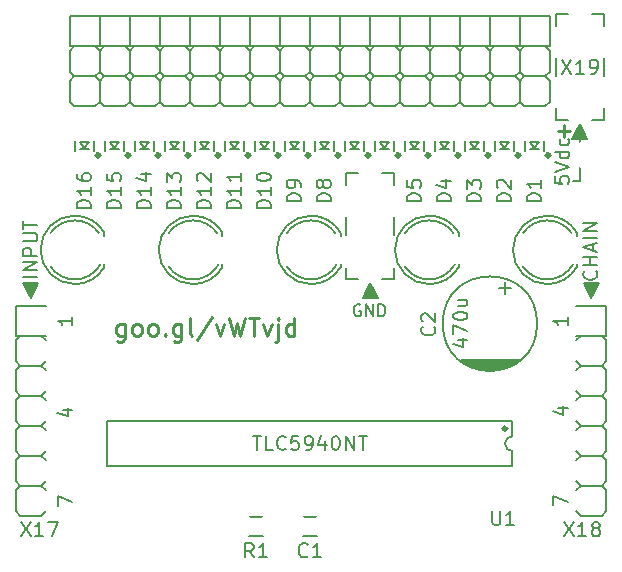
<source format=gbr>
G04 #@! TF.FileFunction,Legend,Top*
%FSLAX46Y46*%
G04 Gerber Fmt 4.6, Leading zero omitted, Abs format (unit mm)*
G04 Created by KiCad (PCBNEW (2015-01-16 BZR 5376)-product) date 29.3.2015 17:27:47*
%MOMM*%
G01*
G04 APERTURE LIST*
%ADD10C,0.100000*%
%ADD11C,0.220000*%
%ADD12C,0.200000*%
%ADD13C,0.250000*%
%ADD14C,0.150000*%
%ADD15C,0.320000*%
%ADD16C,0.400000*%
%ADD17R,1.800000X1.800000*%
%ADD18O,1.800000X1.800000*%
%ADD19O,2.400000X1.800000*%
%ADD20R,2.400000X1.800000*%
%ADD21C,3.400000*%
%ADD22O,1.450000X2.700000*%
%ADD23R,1.500000X1.500000*%
%ADD24O,1.200000X2.400000*%
%ADD25R,1.200000X2.400000*%
%ADD26O,2.700000X1.900000*%
%ADD27C,2.200000*%
G04 APERTURE END LIST*
D10*
D11*
X246300000Y-95000000D02*
X247500000Y-94400000D01*
X244900000Y-95100000D02*
X246300000Y-95000000D01*
X243600000Y-94800000D02*
X244900000Y-95100000D01*
X242700000Y-94300000D02*
X243600000Y-94800000D01*
X242700000Y-94300000D02*
X247600000Y-94300000D01*
X243000000Y-94500000D02*
X247200000Y-94500000D01*
X243300000Y-94700000D02*
X247000000Y-94700000D01*
X243800000Y-94900000D02*
X246500000Y-94900000D01*
X244500000Y-95100000D02*
X245800000Y-95100000D01*
D12*
X252800000Y-75100000D02*
X252700000Y-75100000D01*
X252800000Y-79200000D02*
X252800000Y-75100000D01*
X252200000Y-79200000D02*
X252800000Y-79200000D01*
D13*
X251460000Y-74422000D02*
X251460000Y-75438000D01*
X250952000Y-74930000D02*
X251968000Y-74930000D01*
X214242857Y-91278571D02*
X214242857Y-92492857D01*
X214171428Y-92635714D01*
X214100000Y-92707143D01*
X213957143Y-92778571D01*
X213742857Y-92778571D01*
X213600000Y-92707143D01*
X214242857Y-92207143D02*
X214100000Y-92278571D01*
X213814286Y-92278571D01*
X213671428Y-92207143D01*
X213600000Y-92135714D01*
X213528571Y-91992857D01*
X213528571Y-91564286D01*
X213600000Y-91421429D01*
X213671428Y-91350000D01*
X213814286Y-91278571D01*
X214100000Y-91278571D01*
X214242857Y-91350000D01*
X215171429Y-92278571D02*
X215028571Y-92207143D01*
X214957143Y-92135714D01*
X214885714Y-91992857D01*
X214885714Y-91564286D01*
X214957143Y-91421429D01*
X215028571Y-91350000D01*
X215171429Y-91278571D01*
X215385714Y-91278571D01*
X215528571Y-91350000D01*
X215600000Y-91421429D01*
X215671429Y-91564286D01*
X215671429Y-91992857D01*
X215600000Y-92135714D01*
X215528571Y-92207143D01*
X215385714Y-92278571D01*
X215171429Y-92278571D01*
X216528572Y-92278571D02*
X216385714Y-92207143D01*
X216314286Y-92135714D01*
X216242857Y-91992857D01*
X216242857Y-91564286D01*
X216314286Y-91421429D01*
X216385714Y-91350000D01*
X216528572Y-91278571D01*
X216742857Y-91278571D01*
X216885714Y-91350000D01*
X216957143Y-91421429D01*
X217028572Y-91564286D01*
X217028572Y-91992857D01*
X216957143Y-92135714D01*
X216885714Y-92207143D01*
X216742857Y-92278571D01*
X216528572Y-92278571D01*
X217671429Y-92135714D02*
X217742857Y-92207143D01*
X217671429Y-92278571D01*
X217600000Y-92207143D01*
X217671429Y-92135714D01*
X217671429Y-92278571D01*
X219028572Y-91278571D02*
X219028572Y-92492857D01*
X218957143Y-92635714D01*
X218885715Y-92707143D01*
X218742858Y-92778571D01*
X218528572Y-92778571D01*
X218385715Y-92707143D01*
X219028572Y-92207143D02*
X218885715Y-92278571D01*
X218600001Y-92278571D01*
X218457143Y-92207143D01*
X218385715Y-92135714D01*
X218314286Y-91992857D01*
X218314286Y-91564286D01*
X218385715Y-91421429D01*
X218457143Y-91350000D01*
X218600001Y-91278571D01*
X218885715Y-91278571D01*
X219028572Y-91350000D01*
X219957144Y-92278571D02*
X219814286Y-92207143D01*
X219742858Y-92064286D01*
X219742858Y-90778571D01*
X221600000Y-90707143D02*
X220314286Y-92635714D01*
X221957144Y-91278571D02*
X222314287Y-92278571D01*
X222671429Y-91278571D01*
X223100001Y-90778571D02*
X223457144Y-92278571D01*
X223742858Y-91207143D01*
X224028572Y-92278571D01*
X224385715Y-90778571D01*
X224742858Y-90778571D02*
X225600001Y-90778571D01*
X225171430Y-92278571D02*
X225171430Y-90778571D01*
X225957144Y-91278571D02*
X226314287Y-92278571D01*
X226671429Y-91278571D01*
X227242858Y-91278571D02*
X227242858Y-92564286D01*
X227171429Y-92707143D01*
X227028572Y-92778571D01*
X226957144Y-92778571D01*
X227242858Y-90778571D02*
X227171429Y-90850000D01*
X227242858Y-90921429D01*
X227314286Y-90850000D01*
X227242858Y-90778571D01*
X227242858Y-90921429D01*
X228600001Y-92278571D02*
X228600001Y-90778571D01*
X228600001Y-92207143D02*
X228457144Y-92278571D01*
X228171430Y-92278571D01*
X228028572Y-92207143D01*
X227957144Y-92135714D01*
X227885715Y-91992857D01*
X227885715Y-91564286D01*
X227957144Y-91421429D01*
X228028572Y-91350000D01*
X228171430Y-91278571D01*
X228457144Y-91278571D01*
X228600001Y-91350000D01*
D12*
X234188096Y-89670000D02*
X234092858Y-89622381D01*
X233950001Y-89622381D01*
X233807143Y-89670000D01*
X233711905Y-89765238D01*
X233664286Y-89860476D01*
X233616667Y-90050952D01*
X233616667Y-90193810D01*
X233664286Y-90384286D01*
X233711905Y-90479524D01*
X233807143Y-90574762D01*
X233950001Y-90622381D01*
X234045239Y-90622381D01*
X234188096Y-90574762D01*
X234235715Y-90527143D01*
X234235715Y-90193810D01*
X234045239Y-90193810D01*
X234664286Y-90622381D02*
X234664286Y-89622381D01*
X235235715Y-90622381D01*
X235235715Y-89622381D01*
X235711905Y-90622381D02*
X235711905Y-89622381D01*
X235950000Y-89622381D01*
X236092858Y-89670000D01*
X236188096Y-89765238D01*
X236235715Y-89860476D01*
X236283334Y-90050952D01*
X236283334Y-90193810D01*
X236235715Y-90384286D01*
X236188096Y-90479524D01*
X236092858Y-90574762D01*
X235950000Y-90622381D01*
X235711905Y-90622381D01*
D14*
X249849000Y-70290000D02*
X250230000Y-70671000D01*
X250230000Y-70671000D02*
X250230000Y-72449000D01*
X250230000Y-72449000D02*
X249849000Y-72830000D01*
X249849000Y-72830000D02*
X248071000Y-72830000D01*
X248071000Y-72830000D02*
X247690000Y-72449000D01*
X247690000Y-72449000D02*
X247690000Y-70671000D01*
X247690000Y-70671000D02*
X248071000Y-70290000D01*
X249849000Y-70290000D02*
X248071000Y-70290000D01*
X249849000Y-67750000D02*
X250230000Y-68131000D01*
X250230000Y-68131000D02*
X250230000Y-69909000D01*
X250230000Y-69909000D02*
X249849000Y-70290000D01*
X248071000Y-67750000D02*
X247690000Y-68131000D01*
X247690000Y-68131000D02*
X247690000Y-69909000D01*
X247690000Y-69909000D02*
X248071000Y-70290000D01*
X247690000Y-65210000D02*
X247690000Y-67750000D01*
X250230000Y-65210000D02*
X250230000Y-67750000D01*
X250230000Y-67750000D02*
X247690000Y-67750000D01*
X247690000Y-65210000D02*
X250230000Y-65210000D01*
X247309000Y-70290000D02*
X247690000Y-70671000D01*
X247690000Y-70671000D02*
X247690000Y-72449000D01*
X247690000Y-72449000D02*
X247309000Y-72830000D01*
X247309000Y-72830000D02*
X245531000Y-72830000D01*
X245531000Y-72830000D02*
X245150000Y-72449000D01*
X245150000Y-72449000D02*
X245150000Y-70671000D01*
X245150000Y-70671000D02*
X245531000Y-70290000D01*
X247309000Y-70290000D02*
X245531000Y-70290000D01*
X247309000Y-67750000D02*
X247690000Y-68131000D01*
X247690000Y-68131000D02*
X247690000Y-69909000D01*
X247690000Y-69909000D02*
X247309000Y-70290000D01*
X245531000Y-67750000D02*
X245150000Y-68131000D01*
X245150000Y-68131000D02*
X245150000Y-69909000D01*
X245150000Y-69909000D02*
X245531000Y-70290000D01*
X245150000Y-65210000D02*
X245150000Y-67750000D01*
X247690000Y-65210000D02*
X247690000Y-67750000D01*
X247690000Y-67750000D02*
X245150000Y-67750000D01*
X245150000Y-65210000D02*
X247690000Y-65210000D01*
X244769000Y-70290000D02*
X245150000Y-70671000D01*
X245150000Y-70671000D02*
X245150000Y-72449000D01*
X245150000Y-72449000D02*
X244769000Y-72830000D01*
X244769000Y-72830000D02*
X242991000Y-72830000D01*
X242991000Y-72830000D02*
X242610000Y-72449000D01*
X242610000Y-72449000D02*
X242610000Y-70671000D01*
X242610000Y-70671000D02*
X242991000Y-70290000D01*
X244769000Y-70290000D02*
X242991000Y-70290000D01*
X244769000Y-67750000D02*
X245150000Y-68131000D01*
X245150000Y-68131000D02*
X245150000Y-69909000D01*
X245150000Y-69909000D02*
X244769000Y-70290000D01*
X242991000Y-67750000D02*
X242610000Y-68131000D01*
X242610000Y-68131000D02*
X242610000Y-69909000D01*
X242610000Y-69909000D02*
X242991000Y-70290000D01*
X242610000Y-65210000D02*
X242610000Y-67750000D01*
X245150000Y-65210000D02*
X245150000Y-67750000D01*
X245150000Y-67750000D02*
X242610000Y-67750000D01*
X242610000Y-65210000D02*
X245150000Y-65210000D01*
X242229000Y-70290000D02*
X242610000Y-70671000D01*
X242610000Y-70671000D02*
X242610000Y-72449000D01*
X242610000Y-72449000D02*
X242229000Y-72830000D01*
X242229000Y-72830000D02*
X240451000Y-72830000D01*
X240451000Y-72830000D02*
X240070000Y-72449000D01*
X240070000Y-72449000D02*
X240070000Y-70671000D01*
X240070000Y-70671000D02*
X240451000Y-70290000D01*
X242229000Y-70290000D02*
X240451000Y-70290000D01*
X242229000Y-67750000D02*
X242610000Y-68131000D01*
X242610000Y-68131000D02*
X242610000Y-69909000D01*
X242610000Y-69909000D02*
X242229000Y-70290000D01*
X240451000Y-67750000D02*
X240070000Y-68131000D01*
X240070000Y-68131000D02*
X240070000Y-69909000D01*
X240070000Y-69909000D02*
X240451000Y-70290000D01*
X240070000Y-65210000D02*
X240070000Y-67750000D01*
X242610000Y-65210000D02*
X242610000Y-67750000D01*
X242610000Y-67750000D02*
X240070000Y-67750000D01*
X240070000Y-65210000D02*
X242610000Y-65210000D01*
X239689000Y-70290000D02*
X240070000Y-70671000D01*
X240070000Y-70671000D02*
X240070000Y-72449000D01*
X240070000Y-72449000D02*
X239689000Y-72830000D01*
X239689000Y-72830000D02*
X237911000Y-72830000D01*
X237911000Y-72830000D02*
X237530000Y-72449000D01*
X237530000Y-72449000D02*
X237530000Y-70671000D01*
X237530000Y-70671000D02*
X237911000Y-70290000D01*
X239689000Y-70290000D02*
X237911000Y-70290000D01*
X239689000Y-67750000D02*
X240070000Y-68131000D01*
X240070000Y-68131000D02*
X240070000Y-69909000D01*
X240070000Y-69909000D02*
X239689000Y-70290000D01*
X237911000Y-67750000D02*
X237530000Y-68131000D01*
X237530000Y-68131000D02*
X237530000Y-69909000D01*
X237530000Y-69909000D02*
X237911000Y-70290000D01*
X237530000Y-65210000D02*
X237530000Y-67750000D01*
X240070000Y-65210000D02*
X240070000Y-67750000D01*
X240070000Y-67750000D02*
X237530000Y-67750000D01*
X237530000Y-65210000D02*
X240070000Y-65210000D01*
X237149000Y-70290000D02*
X237530000Y-70671000D01*
X237530000Y-70671000D02*
X237530000Y-72449000D01*
X237530000Y-72449000D02*
X237149000Y-72830000D01*
X237149000Y-72830000D02*
X235371000Y-72830000D01*
X235371000Y-72830000D02*
X234990000Y-72449000D01*
X234990000Y-72449000D02*
X234990000Y-70671000D01*
X234990000Y-70671000D02*
X235371000Y-70290000D01*
X237149000Y-70290000D02*
X235371000Y-70290000D01*
X237149000Y-67750000D02*
X237530000Y-68131000D01*
X237530000Y-68131000D02*
X237530000Y-69909000D01*
X237530000Y-69909000D02*
X237149000Y-70290000D01*
X235371000Y-67750000D02*
X234990000Y-68131000D01*
X234990000Y-68131000D02*
X234990000Y-69909000D01*
X234990000Y-69909000D02*
X235371000Y-70290000D01*
X234990000Y-65210000D02*
X234990000Y-67750000D01*
X237530000Y-65210000D02*
X237530000Y-67750000D01*
X237530000Y-67750000D02*
X234990000Y-67750000D01*
X234990000Y-65210000D02*
X237530000Y-65210000D01*
X234609000Y-70290000D02*
X234990000Y-70671000D01*
X234990000Y-70671000D02*
X234990000Y-72449000D01*
X234990000Y-72449000D02*
X234609000Y-72830000D01*
X234609000Y-72830000D02*
X232831000Y-72830000D01*
X232831000Y-72830000D02*
X232450000Y-72449000D01*
X232450000Y-72449000D02*
X232450000Y-70671000D01*
X232450000Y-70671000D02*
X232831000Y-70290000D01*
X234609000Y-70290000D02*
X232831000Y-70290000D01*
X234609000Y-67750000D02*
X234990000Y-68131000D01*
X234990000Y-68131000D02*
X234990000Y-69909000D01*
X234990000Y-69909000D02*
X234609000Y-70290000D01*
X232831000Y-67750000D02*
X232450000Y-68131000D01*
X232450000Y-68131000D02*
X232450000Y-69909000D01*
X232450000Y-69909000D02*
X232831000Y-70290000D01*
X232450000Y-65210000D02*
X232450000Y-67750000D01*
X234990000Y-65210000D02*
X234990000Y-67750000D01*
X234990000Y-67750000D02*
X232450000Y-67750000D01*
X232450000Y-65210000D02*
X234990000Y-65210000D01*
X232069000Y-70290000D02*
X232450000Y-70671000D01*
X232450000Y-70671000D02*
X232450000Y-72449000D01*
X232450000Y-72449000D02*
X232069000Y-72830000D01*
X232069000Y-72830000D02*
X230291000Y-72830000D01*
X230291000Y-72830000D02*
X229910000Y-72449000D01*
X229910000Y-72449000D02*
X229910000Y-70671000D01*
X229910000Y-70671000D02*
X230291000Y-70290000D01*
X232069000Y-70290000D02*
X230291000Y-70290000D01*
X232069000Y-67750000D02*
X232450000Y-68131000D01*
X232450000Y-68131000D02*
X232450000Y-69909000D01*
X232450000Y-69909000D02*
X232069000Y-70290000D01*
X230291000Y-67750000D02*
X229910000Y-68131000D01*
X229910000Y-68131000D02*
X229910000Y-69909000D01*
X229910000Y-69909000D02*
X230291000Y-70290000D01*
X229910000Y-65210000D02*
X229910000Y-67750000D01*
X232450000Y-65210000D02*
X232450000Y-67750000D01*
X232450000Y-67750000D02*
X229910000Y-67750000D01*
X229910000Y-65210000D02*
X232450000Y-65210000D01*
X229529000Y-70290000D02*
X229910000Y-70671000D01*
X229910000Y-70671000D02*
X229910000Y-72449000D01*
X229910000Y-72449000D02*
X229529000Y-72830000D01*
X229529000Y-72830000D02*
X227751000Y-72830000D01*
X227751000Y-72830000D02*
X227370000Y-72449000D01*
X227370000Y-72449000D02*
X227370000Y-70671000D01*
X227370000Y-70671000D02*
X227751000Y-70290000D01*
X229529000Y-70290000D02*
X227751000Y-70290000D01*
X229529000Y-67750000D02*
X229910000Y-68131000D01*
X229910000Y-68131000D02*
X229910000Y-69909000D01*
X229910000Y-69909000D02*
X229529000Y-70290000D01*
X227751000Y-67750000D02*
X227370000Y-68131000D01*
X227370000Y-68131000D02*
X227370000Y-69909000D01*
X227370000Y-69909000D02*
X227751000Y-70290000D01*
X227370000Y-65210000D02*
X227370000Y-67750000D01*
X229910000Y-65210000D02*
X229910000Y-67750000D01*
X229910000Y-67750000D02*
X227370000Y-67750000D01*
X227370000Y-65210000D02*
X229910000Y-65210000D01*
X226989000Y-70290000D02*
X227370000Y-70671000D01*
X227370000Y-70671000D02*
X227370000Y-72449000D01*
X227370000Y-72449000D02*
X226989000Y-72830000D01*
X226989000Y-72830000D02*
X225211000Y-72830000D01*
X225211000Y-72830000D02*
X224830000Y-72449000D01*
X224830000Y-72449000D02*
X224830000Y-70671000D01*
X224830000Y-70671000D02*
X225211000Y-70290000D01*
X226989000Y-70290000D02*
X225211000Y-70290000D01*
X226989000Y-67750000D02*
X227370000Y-68131000D01*
X227370000Y-68131000D02*
X227370000Y-69909000D01*
X227370000Y-69909000D02*
X226989000Y-70290000D01*
X225211000Y-67750000D02*
X224830000Y-68131000D01*
X224830000Y-68131000D02*
X224830000Y-69909000D01*
X224830000Y-69909000D02*
X225211000Y-70290000D01*
X224830000Y-65210000D02*
X224830000Y-67750000D01*
X227370000Y-65210000D02*
X227370000Y-67750000D01*
X227370000Y-67750000D02*
X224830000Y-67750000D01*
X224830000Y-65210000D02*
X227370000Y-65210000D01*
X224449000Y-70290000D02*
X224830000Y-70671000D01*
X224830000Y-70671000D02*
X224830000Y-72449000D01*
X224830000Y-72449000D02*
X224449000Y-72830000D01*
X224449000Y-72830000D02*
X222671000Y-72830000D01*
X222671000Y-72830000D02*
X222290000Y-72449000D01*
X222290000Y-72449000D02*
X222290000Y-70671000D01*
X222290000Y-70671000D02*
X222671000Y-70290000D01*
X224449000Y-70290000D02*
X222671000Y-70290000D01*
X224449000Y-67750000D02*
X224830000Y-68131000D01*
X224830000Y-68131000D02*
X224830000Y-69909000D01*
X224830000Y-69909000D02*
X224449000Y-70290000D01*
X222671000Y-67750000D02*
X222290000Y-68131000D01*
X222290000Y-68131000D02*
X222290000Y-69909000D01*
X222290000Y-69909000D02*
X222671000Y-70290000D01*
X222290000Y-65210000D02*
X222290000Y-67750000D01*
X224830000Y-65210000D02*
X224830000Y-67750000D01*
X224830000Y-67750000D02*
X222290000Y-67750000D01*
X222290000Y-65210000D02*
X224830000Y-65210000D01*
X221909000Y-70290000D02*
X222290000Y-70671000D01*
X222290000Y-70671000D02*
X222290000Y-72449000D01*
X222290000Y-72449000D02*
X221909000Y-72830000D01*
X221909000Y-72830000D02*
X220131000Y-72830000D01*
X220131000Y-72830000D02*
X219750000Y-72449000D01*
X219750000Y-72449000D02*
X219750000Y-70671000D01*
X219750000Y-70671000D02*
X220131000Y-70290000D01*
X221909000Y-70290000D02*
X220131000Y-70290000D01*
X221909000Y-67750000D02*
X222290000Y-68131000D01*
X222290000Y-68131000D02*
X222290000Y-69909000D01*
X222290000Y-69909000D02*
X221909000Y-70290000D01*
X220131000Y-67750000D02*
X219750000Y-68131000D01*
X219750000Y-68131000D02*
X219750000Y-69909000D01*
X219750000Y-69909000D02*
X220131000Y-70290000D01*
X219750000Y-65210000D02*
X219750000Y-67750000D01*
X222290000Y-65210000D02*
X222290000Y-67750000D01*
X222290000Y-67750000D02*
X219750000Y-67750000D01*
X219750000Y-65210000D02*
X222290000Y-65210000D01*
X219369000Y-70290000D02*
X219750000Y-70671000D01*
X219750000Y-70671000D02*
X219750000Y-72449000D01*
X219750000Y-72449000D02*
X219369000Y-72830000D01*
X219369000Y-72830000D02*
X217591000Y-72830000D01*
X217591000Y-72830000D02*
X217210000Y-72449000D01*
X217210000Y-72449000D02*
X217210000Y-70671000D01*
X217210000Y-70671000D02*
X217591000Y-70290000D01*
X219369000Y-70290000D02*
X217591000Y-70290000D01*
X219369000Y-67750000D02*
X219750000Y-68131000D01*
X219750000Y-68131000D02*
X219750000Y-69909000D01*
X219750000Y-69909000D02*
X219369000Y-70290000D01*
X217591000Y-67750000D02*
X217210000Y-68131000D01*
X217210000Y-68131000D02*
X217210000Y-69909000D01*
X217210000Y-69909000D02*
X217591000Y-70290000D01*
X217210000Y-65210000D02*
X217210000Y-67750000D01*
X219750000Y-65210000D02*
X219750000Y-67750000D01*
X219750000Y-67750000D02*
X217210000Y-67750000D01*
X217210000Y-65210000D02*
X219750000Y-65210000D01*
X216829000Y-70290000D02*
X217210000Y-70671000D01*
X217210000Y-70671000D02*
X217210000Y-72449000D01*
X217210000Y-72449000D02*
X216829000Y-72830000D01*
X216829000Y-72830000D02*
X215051000Y-72830000D01*
X215051000Y-72830000D02*
X214670000Y-72449000D01*
X214670000Y-72449000D02*
X214670000Y-70671000D01*
X214670000Y-70671000D02*
X215051000Y-70290000D01*
X216829000Y-70290000D02*
X215051000Y-70290000D01*
X216829000Y-67750000D02*
X217210000Y-68131000D01*
X217210000Y-68131000D02*
X217210000Y-69909000D01*
X217210000Y-69909000D02*
X216829000Y-70290000D01*
X215051000Y-67750000D02*
X214670000Y-68131000D01*
X214670000Y-68131000D02*
X214670000Y-69909000D01*
X214670000Y-69909000D02*
X215051000Y-70290000D01*
X214670000Y-65210000D02*
X214670000Y-67750000D01*
X217210000Y-65210000D02*
X217210000Y-67750000D01*
X217210000Y-67750000D02*
X214670000Y-67750000D01*
X214670000Y-65210000D02*
X217210000Y-65210000D01*
X214289000Y-70290000D02*
X214670000Y-70671000D01*
X214670000Y-70671000D02*
X214670000Y-72449000D01*
X214670000Y-72449000D02*
X214289000Y-72830000D01*
X214289000Y-72830000D02*
X212511000Y-72830000D01*
X212511000Y-72830000D02*
X212130000Y-72449000D01*
X212130000Y-72449000D02*
X212130000Y-70671000D01*
X212130000Y-70671000D02*
X212511000Y-70290000D01*
X214289000Y-70290000D02*
X212511000Y-70290000D01*
X214289000Y-67750000D02*
X214670000Y-68131000D01*
X214670000Y-68131000D02*
X214670000Y-69909000D01*
X214670000Y-69909000D02*
X214289000Y-70290000D01*
X212511000Y-67750000D02*
X212130000Y-68131000D01*
X212130000Y-68131000D02*
X212130000Y-69909000D01*
X212130000Y-69909000D02*
X212511000Y-70290000D01*
X212130000Y-65210000D02*
X212130000Y-67750000D01*
X214670000Y-65210000D02*
X214670000Y-67750000D01*
X214670000Y-67750000D02*
X212130000Y-67750000D01*
X212130000Y-65210000D02*
X214670000Y-65210000D01*
X211749000Y-70290000D02*
X212130000Y-70671000D01*
X212130000Y-70671000D02*
X212130000Y-72449000D01*
X212130000Y-72449000D02*
X211749000Y-72830000D01*
X211749000Y-72830000D02*
X209971000Y-72830000D01*
X209971000Y-72830000D02*
X209590000Y-72449000D01*
X209590000Y-72449000D02*
X209590000Y-70671000D01*
X209590000Y-70671000D02*
X209971000Y-70290000D01*
X211749000Y-70290000D02*
X209971000Y-70290000D01*
X211749000Y-67750000D02*
X212130000Y-68131000D01*
X212130000Y-68131000D02*
X212130000Y-69909000D01*
X212130000Y-69909000D02*
X211749000Y-70290000D01*
X209971000Y-67750000D02*
X209590000Y-68131000D01*
X209590000Y-68131000D02*
X209590000Y-69909000D01*
X209590000Y-69909000D02*
X209971000Y-70290000D01*
X209590000Y-65210000D02*
X209590000Y-67750000D01*
X212130000Y-65210000D02*
X212130000Y-67750000D01*
X212130000Y-67750000D02*
X209590000Y-67750000D01*
X209590000Y-65210000D02*
X212130000Y-65210000D01*
X254619000Y-104970000D02*
X252841000Y-104970000D01*
X252460000Y-105351000D02*
X252841000Y-104970000D01*
X252841000Y-107510000D02*
X252460000Y-107129000D01*
X254619000Y-107510000D02*
X252841000Y-107510000D01*
X255000000Y-107129000D02*
X254619000Y-107510000D01*
X255000000Y-105351000D02*
X255000000Y-107129000D01*
X254619000Y-104970000D02*
X255000000Y-105351000D01*
X253222000Y-87825000D02*
X253222000Y-88079000D01*
X253349000Y-87825000D02*
X253349000Y-88333000D01*
X253476000Y-87825000D02*
X253476000Y-88587000D01*
X253603000Y-87825000D02*
X253603000Y-88841000D01*
X254238000Y-87825000D02*
X254238000Y-88079000D01*
X254111000Y-87825000D02*
X254111000Y-88333000D01*
X253984000Y-87825000D02*
X253984000Y-88587000D01*
X253857000Y-87825000D02*
X253857000Y-88841000D01*
X253730000Y-89095000D02*
X253095000Y-87825000D01*
X253095000Y-87825000D02*
X254365000Y-87825000D01*
X254365000Y-87825000D02*
X253730000Y-89095000D01*
X253730000Y-89095000D02*
X253730000Y-87825000D01*
X254619000Y-102430000D02*
X255000000Y-102811000D01*
X255000000Y-102811000D02*
X255000000Y-104589000D01*
X255000000Y-104589000D02*
X254619000Y-104970000D01*
X254619000Y-104970000D02*
X252841000Y-104970000D01*
X252841000Y-104970000D02*
X252460000Y-104589000D01*
X252460000Y-102811000D02*
X252841000Y-102430000D01*
X254619000Y-99890000D02*
X255000000Y-100271000D01*
X255000000Y-100271000D02*
X255000000Y-102049000D01*
X255000000Y-102049000D02*
X254619000Y-102430000D01*
X254619000Y-102430000D02*
X252841000Y-102430000D01*
X252841000Y-102430000D02*
X252460000Y-102049000D01*
X252460000Y-100271000D02*
X252841000Y-99890000D01*
X254619000Y-97350000D02*
X255000000Y-97731000D01*
X255000000Y-97731000D02*
X255000000Y-99509000D01*
X255000000Y-99509000D02*
X254619000Y-99890000D01*
X254619000Y-99890000D02*
X252841000Y-99890000D01*
X252841000Y-99890000D02*
X252460000Y-99509000D01*
X252460000Y-97731000D02*
X252841000Y-97350000D01*
X254619000Y-94810000D02*
X255000000Y-95191000D01*
X255000000Y-95191000D02*
X255000000Y-96969000D01*
X255000000Y-96969000D02*
X254619000Y-97350000D01*
X254619000Y-97350000D02*
X252841000Y-97350000D01*
X252841000Y-97350000D02*
X252460000Y-96969000D01*
X252460000Y-95191000D02*
X252841000Y-94810000D01*
X254619000Y-94810000D02*
X252841000Y-94810000D01*
X254619000Y-92270000D02*
X255000000Y-92651000D01*
X255000000Y-92651000D02*
X255000000Y-94429000D01*
X255000000Y-94429000D02*
X254619000Y-94810000D01*
X252841000Y-92270000D02*
X252460000Y-92651000D01*
X252460000Y-94429000D02*
X252841000Y-94810000D01*
X255000000Y-89730000D02*
X255000000Y-92270000D01*
X255000000Y-92270000D02*
X252460000Y-92270000D01*
X252460000Y-89730000D02*
X255000000Y-89730000D01*
X207159000Y-104970000D02*
X205381000Y-104970000D01*
X205000000Y-105351000D02*
X205381000Y-104970000D01*
X205000000Y-107129000D02*
X205000000Y-105351000D01*
X205381000Y-107510000D02*
X205000000Y-107129000D01*
X207159000Y-107510000D02*
X205381000Y-107510000D01*
X207540000Y-107129000D02*
X207159000Y-107510000D01*
X207159000Y-104970000D02*
X207540000Y-105351000D01*
X205762000Y-87825000D02*
X205762000Y-88079000D01*
X205889000Y-87825000D02*
X205889000Y-88333000D01*
X206016000Y-87825000D02*
X206016000Y-88587000D01*
X206143000Y-87825000D02*
X206143000Y-88841000D01*
X206778000Y-87825000D02*
X206778000Y-88079000D01*
X206651000Y-87825000D02*
X206651000Y-88333000D01*
X206524000Y-87825000D02*
X206524000Y-88587000D01*
X206397000Y-87825000D02*
X206397000Y-88841000D01*
X206270000Y-89095000D02*
X205635000Y-87825000D01*
X205635000Y-87825000D02*
X206905000Y-87825000D01*
X206905000Y-87825000D02*
X206270000Y-89095000D01*
X206270000Y-89095000D02*
X206270000Y-87825000D01*
X207159000Y-102430000D02*
X207540000Y-102811000D01*
X207540000Y-104589000D02*
X207159000Y-104970000D01*
X207159000Y-104970000D02*
X205381000Y-104970000D01*
X205381000Y-104970000D02*
X205000000Y-104589000D01*
X205000000Y-104589000D02*
X205000000Y-102811000D01*
X205000000Y-102811000D02*
X205381000Y-102430000D01*
X207159000Y-99890000D02*
X207540000Y-100271000D01*
X207540000Y-102049000D02*
X207159000Y-102430000D01*
X207159000Y-102430000D02*
X205381000Y-102430000D01*
X205381000Y-102430000D02*
X205000000Y-102049000D01*
X205000000Y-102049000D02*
X205000000Y-100271000D01*
X205000000Y-100271000D02*
X205381000Y-99890000D01*
X207159000Y-97350000D02*
X207540000Y-97731000D01*
X207540000Y-99509000D02*
X207159000Y-99890000D01*
X207159000Y-99890000D02*
X205381000Y-99890000D01*
X205381000Y-99890000D02*
X205000000Y-99509000D01*
X205000000Y-99509000D02*
X205000000Y-97731000D01*
X205000000Y-97731000D02*
X205381000Y-97350000D01*
X207159000Y-94810000D02*
X207540000Y-95191000D01*
X207540000Y-96969000D02*
X207159000Y-97350000D01*
X207159000Y-97350000D02*
X205381000Y-97350000D01*
X205381000Y-97350000D02*
X205000000Y-96969000D01*
X205000000Y-96969000D02*
X205000000Y-95191000D01*
X205000000Y-95191000D02*
X205381000Y-94810000D01*
X207159000Y-94810000D02*
X205381000Y-94810000D01*
X207159000Y-92270000D02*
X207540000Y-92651000D01*
X207540000Y-94429000D02*
X207159000Y-94810000D01*
X205381000Y-92270000D02*
X205000000Y-92651000D01*
X205000000Y-92651000D02*
X205000000Y-94429000D01*
X205000000Y-94429000D02*
X205381000Y-94810000D01*
X205000000Y-89730000D02*
X205000000Y-92270000D01*
X207540000Y-92270000D02*
X205000000Y-92270000D01*
X205000000Y-89730000D02*
X207540000Y-89730000D01*
X233000000Y-82250000D02*
X233000000Y-83750000D01*
X237000000Y-82250000D02*
X237000000Y-83750000D01*
X237000000Y-78500000D02*
X237000000Y-79500000D01*
X237000000Y-78500000D02*
X236000000Y-78500000D01*
X233000000Y-78500000D02*
X233000000Y-79500000D01*
X233000000Y-78500000D02*
X234000000Y-78500000D01*
X237000000Y-86500000D02*
X237000000Y-87500000D01*
X237000000Y-87500000D02*
X236000000Y-87500000D01*
X233000000Y-87500000D02*
X233000000Y-86500000D01*
X233000000Y-86500000D02*
X233000000Y-87500000D01*
X233000000Y-87500000D02*
X234000000Y-87500000D01*
X234492000Y-89096000D02*
X234492000Y-88842000D01*
X234619000Y-89096000D02*
X234619000Y-88588000D01*
X234746000Y-89096000D02*
X234746000Y-88334000D01*
X234873000Y-89096000D02*
X234873000Y-88080000D01*
X235508000Y-89096000D02*
X235508000Y-88842000D01*
X235381000Y-89096000D02*
X235381000Y-88588000D01*
X235254000Y-89096000D02*
X235254000Y-88334000D01*
X235127000Y-89096000D02*
X235127000Y-88080000D01*
X235000000Y-87826000D02*
X235635000Y-89096000D01*
X235635000Y-89096000D02*
X234365000Y-89096000D01*
X234365000Y-89096000D02*
X235000000Y-87826000D01*
X235000000Y-87826000D02*
X235000000Y-89096000D01*
X250770000Y-68778000D02*
X250770000Y-70278000D01*
X254770000Y-68778000D02*
X254770000Y-70278000D01*
X254770000Y-65028000D02*
X254770000Y-66028000D01*
X254770000Y-65028000D02*
X253770000Y-65028000D01*
X250770000Y-65028000D02*
X250770000Y-66028000D01*
X250770000Y-65028000D02*
X251770000Y-65028000D01*
X254770000Y-73028000D02*
X254770000Y-74028000D01*
X254770000Y-74028000D02*
X253770000Y-74028000D01*
X250770000Y-74028000D02*
X250770000Y-73028000D01*
X250770000Y-73028000D02*
X250770000Y-74028000D01*
X250770000Y-74028000D02*
X251770000Y-74028000D01*
X252262000Y-75624000D02*
X252262000Y-75370000D01*
X252389000Y-75624000D02*
X252389000Y-75116000D01*
X252516000Y-75624000D02*
X252516000Y-74862000D01*
X252643000Y-75624000D02*
X252643000Y-74608000D01*
X253278000Y-75624000D02*
X253278000Y-75370000D01*
X253151000Y-75624000D02*
X253151000Y-75116000D01*
X253024000Y-75624000D02*
X253024000Y-74862000D01*
X252897000Y-75624000D02*
X252897000Y-74608000D01*
X252770000Y-74354000D02*
X253405000Y-75624000D01*
X253405000Y-75624000D02*
X252135000Y-75624000D01*
X252135000Y-75624000D02*
X252770000Y-74354000D01*
X252770000Y-74354000D02*
X252770000Y-75624000D01*
X212765000Y-99500000D02*
X247055000Y-99500000D01*
X247055000Y-103310000D02*
X212765000Y-103310000D01*
D15*
X246580000Y-100135000D02*
G75*
G03X246580000Y-100135000I-160000J0D01*
G01*
D14*
X246420000Y-101405000D02*
G75*
G03X247055000Y-102040000I635000J0D01*
G01*
X247055000Y-100770000D02*
G75*
G03X246420000Y-101405000I0J-635000D01*
G01*
X247055000Y-103310000D02*
X247055000Y-102040000D01*
X212765000Y-103310000D02*
X212765000Y-99500000D01*
X247055000Y-99500000D02*
X247055000Y-100770000D01*
X225938000Y-107590000D02*
X224738000Y-107590000D01*
X225938000Y-109190000D02*
X224738000Y-109190000D01*
X212500000Y-86200000D02*
X212500000Y-86450000D01*
X207952120Y-86433941D02*
G75*
G03X210000000Y-87500000I2047880J1433941D01*
G01*
X207952120Y-83566059D02*
G75*
G02X210000000Y-82500000I2047880J-1433941D01*
G01*
X212165064Y-86250000D02*
G75*
G02X210000000Y-87500000I-2165064J1250000D01*
G01*
X212165064Y-86250000D02*
G75*
G02X210000000Y-87500000I-2165064J1250000D01*
G01*
X212047880Y-83566059D02*
G75*
G03X210000000Y-82500000I-2047880J-1433941D01*
G01*
X207100000Y-85000000D02*
G75*
G03X210000000Y-87900000I2900000J0D01*
G01*
X212496152Y-83523780D02*
G75*
G03X210000000Y-82100000I-2496152J-1476220D01*
G01*
X212496152Y-86476220D02*
G75*
G02X210000000Y-87900000I-2496152J1476220D01*
G01*
X210000000Y-82100000D02*
G75*
G03X207100000Y-85000000I0J-2900000D01*
G01*
X212500000Y-83550000D02*
X212500000Y-83800000D01*
X222500000Y-86200000D02*
X222500000Y-86450000D01*
X217952120Y-86433941D02*
G75*
G03X220000000Y-87500000I2047880J1433941D01*
G01*
X217952120Y-83566059D02*
G75*
G02X220000000Y-82500000I2047880J-1433941D01*
G01*
X222165064Y-86250000D02*
G75*
G02X220000000Y-87500000I-2165064J1250000D01*
G01*
X222165064Y-86250000D02*
G75*
G02X220000000Y-87500000I-2165064J1250000D01*
G01*
X222047880Y-83566059D02*
G75*
G03X220000000Y-82500000I-2047880J-1433941D01*
G01*
X217100000Y-85000000D02*
G75*
G03X220000000Y-87900000I2900000J0D01*
G01*
X222496152Y-83523780D02*
G75*
G03X220000000Y-82100000I-2496152J-1476220D01*
G01*
X222496152Y-86476220D02*
G75*
G02X220000000Y-87900000I-2496152J1476220D01*
G01*
X220000000Y-82100000D02*
G75*
G03X217100000Y-85000000I0J-2900000D01*
G01*
X222500000Y-83550000D02*
X222500000Y-83800000D01*
X232500000Y-86200000D02*
X232500000Y-86450000D01*
X227952120Y-86433941D02*
G75*
G03X230000000Y-87500000I2047880J1433941D01*
G01*
X227952120Y-83566059D02*
G75*
G02X230000000Y-82500000I2047880J-1433941D01*
G01*
X232165064Y-86250000D02*
G75*
G02X230000000Y-87500000I-2165064J1250000D01*
G01*
X232165064Y-86250000D02*
G75*
G02X230000000Y-87500000I-2165064J1250000D01*
G01*
X232047880Y-83566059D02*
G75*
G03X230000000Y-82500000I-2047880J-1433941D01*
G01*
X227100000Y-85000000D02*
G75*
G03X230000000Y-87900000I2900000J0D01*
G01*
X232496152Y-83523780D02*
G75*
G03X230000000Y-82100000I-2496152J-1476220D01*
G01*
X232496152Y-86476220D02*
G75*
G02X230000000Y-87900000I-2496152J1476220D01*
G01*
X230000000Y-82100000D02*
G75*
G03X227100000Y-85000000I0J-2900000D01*
G01*
X232500000Y-83550000D02*
X232500000Y-83800000D01*
X242500000Y-86200000D02*
X242500000Y-86450000D01*
X237952120Y-86433941D02*
G75*
G03X240000000Y-87500000I2047880J1433941D01*
G01*
X237952120Y-83566059D02*
G75*
G02X240000000Y-82500000I2047880J-1433941D01*
G01*
X242165064Y-86250000D02*
G75*
G02X240000000Y-87500000I-2165064J1250000D01*
G01*
X242165064Y-86250000D02*
G75*
G02X240000000Y-87500000I-2165064J1250000D01*
G01*
X242047880Y-83566059D02*
G75*
G03X240000000Y-82500000I-2047880J-1433941D01*
G01*
X237100000Y-85000000D02*
G75*
G03X240000000Y-87900000I2900000J0D01*
G01*
X242496152Y-83523780D02*
G75*
G03X240000000Y-82100000I-2496152J-1476220D01*
G01*
X242496152Y-86476220D02*
G75*
G02X240000000Y-87900000I-2496152J1476220D01*
G01*
X240000000Y-82100000D02*
G75*
G03X237100000Y-85000000I0J-2900000D01*
G01*
X242500000Y-83550000D02*
X242500000Y-83800000D01*
X252500000Y-86200000D02*
X252500000Y-86450000D01*
X247952120Y-86433941D02*
G75*
G03X250000000Y-87500000I2047880J1433941D01*
G01*
X247952120Y-83566059D02*
G75*
G02X250000000Y-82500000I2047880J-1433941D01*
G01*
X252165064Y-86250000D02*
G75*
G02X250000000Y-87500000I-2165064J1250000D01*
G01*
X252165064Y-86250000D02*
G75*
G02X250000000Y-87500000I-2165064J1250000D01*
G01*
X252047880Y-83566059D02*
G75*
G03X250000000Y-82500000I-2047880J-1433941D01*
G01*
X247100000Y-85000000D02*
G75*
G03X250000000Y-87900000I2900000J0D01*
G01*
X252496152Y-83523780D02*
G75*
G03X250000000Y-82100000I-2496152J-1476220D01*
G01*
X252496152Y-86476220D02*
G75*
G02X250000000Y-87900000I-2496152J1476220D01*
G01*
X250000000Y-82100000D02*
G75*
G03X247100000Y-85000000I0J-2900000D01*
G01*
X252500000Y-83550000D02*
X252500000Y-83800000D01*
X210020000Y-75800000D02*
X210020000Y-76600000D01*
X211620000Y-75800000D02*
X211620000Y-76600000D01*
D16*
X212070000Y-77000000D02*
G75*
G03X212070000Y-77000000I-100000J0D01*
G01*
D14*
X211220000Y-76450000D02*
X210420000Y-76450000D01*
X211220000Y-75900000D02*
X210420000Y-75900000D01*
X210420000Y-75900000D02*
X210820000Y-76400000D01*
X210820000Y-76400000D02*
X211220000Y-75900000D01*
X212560000Y-75800000D02*
X212560000Y-76600000D01*
X214160000Y-75800000D02*
X214160000Y-76600000D01*
D16*
X214610000Y-77000000D02*
G75*
G03X214610000Y-77000000I-100000J0D01*
G01*
D14*
X213760000Y-76450000D02*
X212960000Y-76450000D01*
X213760000Y-75900000D02*
X212960000Y-75900000D01*
X212960000Y-75900000D02*
X213360000Y-76400000D01*
X213360000Y-76400000D02*
X213760000Y-75900000D01*
X215100000Y-75800000D02*
X215100000Y-76600000D01*
X216700000Y-75800000D02*
X216700000Y-76600000D01*
D16*
X217150000Y-77000000D02*
G75*
G03X217150000Y-77000000I-100000J0D01*
G01*
D14*
X216300000Y-76450000D02*
X215500000Y-76450000D01*
X216300000Y-75900000D02*
X215500000Y-75900000D01*
X215500000Y-75900000D02*
X215900000Y-76400000D01*
X215900000Y-76400000D02*
X216300000Y-75900000D01*
X217640000Y-75800000D02*
X217640000Y-76600000D01*
X219240000Y-75800000D02*
X219240000Y-76600000D01*
D16*
X219690000Y-77000000D02*
G75*
G03X219690000Y-77000000I-100000J0D01*
G01*
D14*
X218840000Y-76450000D02*
X218040000Y-76450000D01*
X218840000Y-75900000D02*
X218040000Y-75900000D01*
X218040000Y-75900000D02*
X218440000Y-76400000D01*
X218440000Y-76400000D02*
X218840000Y-75900000D01*
X220180000Y-75800000D02*
X220180000Y-76600000D01*
X221780000Y-75800000D02*
X221780000Y-76600000D01*
D16*
X222230000Y-77000000D02*
G75*
G03X222230000Y-77000000I-100000J0D01*
G01*
D14*
X221380000Y-76450000D02*
X220580000Y-76450000D01*
X221380000Y-75900000D02*
X220580000Y-75900000D01*
X220580000Y-75900000D02*
X220980000Y-76400000D01*
X220980000Y-76400000D02*
X221380000Y-75900000D01*
X222720000Y-75800000D02*
X222720000Y-76600000D01*
X224320000Y-75800000D02*
X224320000Y-76600000D01*
D16*
X224770000Y-77000000D02*
G75*
G03X224770000Y-77000000I-100000J0D01*
G01*
D14*
X223920000Y-76450000D02*
X223120000Y-76450000D01*
X223920000Y-75900000D02*
X223120000Y-75900000D01*
X223120000Y-75900000D02*
X223520000Y-76400000D01*
X223520000Y-76400000D02*
X223920000Y-75900000D01*
X225260000Y-75800000D02*
X225260000Y-76600000D01*
X226860000Y-75800000D02*
X226860000Y-76600000D01*
D16*
X227310000Y-77000000D02*
G75*
G03X227310000Y-77000000I-100000J0D01*
G01*
D14*
X226460000Y-76450000D02*
X225660000Y-76450000D01*
X226460000Y-75900000D02*
X225660000Y-75900000D01*
X225660000Y-75900000D02*
X226060000Y-76400000D01*
X226060000Y-76400000D02*
X226460000Y-75900000D01*
X227800000Y-75800000D02*
X227800000Y-76600000D01*
X229400000Y-75800000D02*
X229400000Y-76600000D01*
D16*
X229850000Y-77000000D02*
G75*
G03X229850000Y-77000000I-100000J0D01*
G01*
D14*
X229000000Y-76450000D02*
X228200000Y-76450000D01*
X229000000Y-75900000D02*
X228200000Y-75900000D01*
X228200000Y-75900000D02*
X228600000Y-76400000D01*
X228600000Y-76400000D02*
X229000000Y-75900000D01*
X230340000Y-75800000D02*
X230340000Y-76600000D01*
X231940000Y-75800000D02*
X231940000Y-76600000D01*
D16*
X232390000Y-77000000D02*
G75*
G03X232390000Y-77000000I-100000J0D01*
G01*
D14*
X231540000Y-76450000D02*
X230740000Y-76450000D01*
X231540000Y-75900000D02*
X230740000Y-75900000D01*
X230740000Y-75900000D02*
X231140000Y-76400000D01*
X231140000Y-76400000D02*
X231540000Y-75900000D01*
X232880000Y-75800000D02*
X232880000Y-76600000D01*
X234480000Y-75800000D02*
X234480000Y-76600000D01*
D16*
X234930000Y-77000000D02*
G75*
G03X234930000Y-77000000I-100000J0D01*
G01*
D14*
X234080000Y-76450000D02*
X233280000Y-76450000D01*
X234080000Y-75900000D02*
X233280000Y-75900000D01*
X233280000Y-75900000D02*
X233680000Y-76400000D01*
X233680000Y-76400000D02*
X234080000Y-75900000D01*
X235420000Y-75800000D02*
X235420000Y-76600000D01*
X237020000Y-75800000D02*
X237020000Y-76600000D01*
D16*
X237470000Y-77000000D02*
G75*
G03X237470000Y-77000000I-100000J0D01*
G01*
D14*
X236620000Y-76450000D02*
X235820000Y-76450000D01*
X236620000Y-75900000D02*
X235820000Y-75900000D01*
X235820000Y-75900000D02*
X236220000Y-76400000D01*
X236220000Y-76400000D02*
X236620000Y-75900000D01*
X237960000Y-75800000D02*
X237960000Y-76600000D01*
X239560000Y-75800000D02*
X239560000Y-76600000D01*
D16*
X240010000Y-77000000D02*
G75*
G03X240010000Y-77000000I-100000J0D01*
G01*
D14*
X239160000Y-76450000D02*
X238360000Y-76450000D01*
X239160000Y-75900000D02*
X238360000Y-75900000D01*
X238360000Y-75900000D02*
X238760000Y-76400000D01*
X238760000Y-76400000D02*
X239160000Y-75900000D01*
X240500000Y-75800000D02*
X240500000Y-76600000D01*
X242100000Y-75800000D02*
X242100000Y-76600000D01*
D16*
X242550000Y-77000000D02*
G75*
G03X242550000Y-77000000I-100000J0D01*
G01*
D14*
X241700000Y-76450000D02*
X240900000Y-76450000D01*
X241700000Y-75900000D02*
X240900000Y-75900000D01*
X240900000Y-75900000D02*
X241300000Y-76400000D01*
X241300000Y-76400000D02*
X241700000Y-75900000D01*
X243040000Y-75800000D02*
X243040000Y-76600000D01*
X244640000Y-75800000D02*
X244640000Y-76600000D01*
D16*
X245090000Y-77000000D02*
G75*
G03X245090000Y-77000000I-100000J0D01*
G01*
D14*
X244240000Y-76450000D02*
X243440000Y-76450000D01*
X244240000Y-75900000D02*
X243440000Y-75900000D01*
X243440000Y-75900000D02*
X243840000Y-76400000D01*
X243840000Y-76400000D02*
X244240000Y-75900000D01*
X245580000Y-75800000D02*
X245580000Y-76600000D01*
X247180000Y-75800000D02*
X247180000Y-76600000D01*
D16*
X247630000Y-77000000D02*
G75*
G03X247630000Y-77000000I-100000J0D01*
G01*
D14*
X246780000Y-76450000D02*
X245980000Y-76450000D01*
X246780000Y-75900000D02*
X245980000Y-75900000D01*
X245980000Y-75900000D02*
X246380000Y-76400000D01*
X246380000Y-76400000D02*
X246780000Y-75900000D01*
X248120000Y-75800000D02*
X248120000Y-76600000D01*
X249720000Y-75800000D02*
X249720000Y-76600000D01*
D16*
X250170000Y-77000000D02*
G75*
G03X250170000Y-77000000I-100000J0D01*
G01*
D14*
X249320000Y-76450000D02*
X248520000Y-76450000D01*
X249320000Y-75900000D02*
X248520000Y-75900000D01*
X248520000Y-75900000D02*
X248920000Y-76400000D01*
X248920000Y-76400000D02*
X249320000Y-75900000D01*
X246900000Y-88245000D02*
X245900000Y-88245000D01*
X246400000Y-87745000D02*
X246400000Y-88745000D01*
X249150000Y-91245000D02*
G75*
G03X249150000Y-91245000I-4000000J0D01*
G01*
X229310000Y-109190000D02*
X230510000Y-109190000D01*
X229310000Y-107590000D02*
X230510000Y-107590000D01*
X251441144Y-108054857D02*
X252241144Y-109254857D01*
X252241144Y-108054857D02*
X251441144Y-109254857D01*
X253326858Y-109254857D02*
X252641143Y-109254857D01*
X252984001Y-109254857D02*
X252984001Y-108054857D01*
X252869715Y-108226286D01*
X252755429Y-108340571D01*
X252641143Y-108397714D01*
X254012572Y-108569143D02*
X253898286Y-108512000D01*
X253841143Y-108454857D01*
X253784000Y-108340571D01*
X253784000Y-108283429D01*
X253841143Y-108169143D01*
X253898286Y-108112000D01*
X254012572Y-108054857D01*
X254241143Y-108054857D01*
X254355429Y-108112000D01*
X254412572Y-108169143D01*
X254469715Y-108283429D01*
X254469715Y-108340571D01*
X254412572Y-108454857D01*
X254355429Y-108512000D01*
X254241143Y-108569143D01*
X254012572Y-108569143D01*
X253898286Y-108626286D01*
X253841143Y-108683429D01*
X253784000Y-108797714D01*
X253784000Y-109026286D01*
X253841143Y-109140571D01*
X253898286Y-109197714D01*
X254012572Y-109254857D01*
X254241143Y-109254857D01*
X254355429Y-109197714D01*
X254412572Y-109140571D01*
X254469715Y-109026286D01*
X254469715Y-108797714D01*
X254412572Y-108683429D01*
X254355429Y-108626286D01*
X254241143Y-108569143D01*
X254128571Y-86785714D02*
X254185714Y-86842857D01*
X254242857Y-87014286D01*
X254242857Y-87128572D01*
X254185714Y-87300000D01*
X254071429Y-87414286D01*
X253957143Y-87471429D01*
X253728571Y-87528572D01*
X253557143Y-87528572D01*
X253328571Y-87471429D01*
X253214286Y-87414286D01*
X253100000Y-87300000D01*
X253042857Y-87128572D01*
X253042857Y-87014286D01*
X253100000Y-86842857D01*
X253157143Y-86785714D01*
X254242857Y-86271429D02*
X253042857Y-86271429D01*
X253614286Y-86271429D02*
X253614286Y-85585714D01*
X254242857Y-85585714D02*
X253042857Y-85585714D01*
X253900000Y-85071429D02*
X253900000Y-84500000D01*
X254242857Y-85185714D02*
X253042857Y-84785714D01*
X254242857Y-84385714D01*
X254242857Y-83985715D02*
X253042857Y-83985715D01*
X254242857Y-83414286D02*
X253042857Y-83414286D01*
X254242857Y-82728571D01*
X253042857Y-82728571D01*
X250532857Y-106639999D02*
X250532857Y-105839999D01*
X251732857Y-106354285D01*
X250932857Y-98391428D02*
X251732857Y-98391428D01*
X250475714Y-98677142D02*
X251332857Y-98962857D01*
X251332857Y-98219999D01*
X251732857Y-90657142D02*
X251732857Y-91342857D01*
X251732857Y-90999999D02*
X250532857Y-90999999D01*
X250704286Y-91114285D01*
X250818571Y-91228571D01*
X250875714Y-91342857D01*
X205467144Y-108054857D02*
X206267144Y-109254857D01*
X206267144Y-108054857D02*
X205467144Y-109254857D01*
X207352858Y-109254857D02*
X206667143Y-109254857D01*
X207010001Y-109254857D02*
X207010001Y-108054857D01*
X206895715Y-108226286D01*
X206781429Y-108340571D01*
X206667143Y-108397714D01*
X207752858Y-108054857D02*
X208552858Y-108054857D01*
X208038572Y-109254857D01*
X206842857Y-87314286D02*
X205642857Y-87314286D01*
X206842857Y-86742857D02*
X205642857Y-86742857D01*
X206842857Y-86057142D01*
X205642857Y-86057142D01*
X206842857Y-85485714D02*
X205642857Y-85485714D01*
X205642857Y-85028571D01*
X205700000Y-84914285D01*
X205757143Y-84857142D01*
X205871429Y-84799999D01*
X206042857Y-84799999D01*
X206157143Y-84857142D01*
X206214286Y-84914285D01*
X206271429Y-85028571D01*
X206271429Y-85485714D01*
X205642857Y-84285714D02*
X206614286Y-84285714D01*
X206728571Y-84228571D01*
X206785714Y-84171428D01*
X206842857Y-84057142D01*
X206842857Y-83828571D01*
X206785714Y-83714285D01*
X206728571Y-83657142D01*
X206614286Y-83599999D01*
X205642857Y-83599999D01*
X205642857Y-83199999D02*
X205642857Y-82514285D01*
X206842857Y-82857142D02*
X205642857Y-82857142D01*
X208592857Y-106649999D02*
X208592857Y-105849999D01*
X209792857Y-106364285D01*
X208992857Y-98521428D02*
X209792857Y-98521428D01*
X208535714Y-98807142D02*
X209392857Y-99092857D01*
X209392857Y-98349999D01*
X209792857Y-90657142D02*
X209792857Y-91342857D01*
X209792857Y-90999999D02*
X208592857Y-90999999D01*
X208764286Y-91114285D01*
X208878571Y-91228571D01*
X208935714Y-91342857D01*
X251257144Y-68892857D02*
X252057144Y-70092857D01*
X252057144Y-68892857D02*
X251257144Y-70092857D01*
X253142858Y-70092857D02*
X252457143Y-70092857D01*
X252800001Y-70092857D02*
X252800001Y-68892857D01*
X252685715Y-69064286D01*
X252571429Y-69178571D01*
X252457143Y-69235714D01*
X253714286Y-70092857D02*
X253942858Y-70092857D01*
X254057143Y-70035714D01*
X254114286Y-69978571D01*
X254228572Y-69807143D01*
X254285715Y-69578571D01*
X254285715Y-69121429D01*
X254228572Y-69007143D01*
X254171429Y-68950000D01*
X254057143Y-68892857D01*
X253828572Y-68892857D01*
X253714286Y-68950000D01*
X253657143Y-69007143D01*
X253600000Y-69121429D01*
X253600000Y-69407143D01*
X253657143Y-69521429D01*
X253714286Y-69578571D01*
X253828572Y-69635714D01*
X254057143Y-69635714D01*
X254171429Y-69578571D01*
X254228572Y-69521429D01*
X254285715Y-69407143D01*
X250642857Y-78785713D02*
X250642857Y-79357142D01*
X251214286Y-79414285D01*
X251157143Y-79357142D01*
X251100000Y-79242856D01*
X251100000Y-78957142D01*
X251157143Y-78842856D01*
X251214286Y-78785713D01*
X251328571Y-78728570D01*
X251614286Y-78728570D01*
X251728571Y-78785713D01*
X251785714Y-78842856D01*
X251842857Y-78957142D01*
X251842857Y-79242856D01*
X251785714Y-79357142D01*
X251728571Y-79414285D01*
X250642857Y-78385713D02*
X251842857Y-77985713D01*
X250642857Y-77585713D01*
X251842857Y-76671428D02*
X250642857Y-76671428D01*
X251785714Y-76671428D02*
X251842857Y-76785714D01*
X251842857Y-77014285D01*
X251785714Y-77128571D01*
X251728571Y-77185714D01*
X251614286Y-77242857D01*
X251271429Y-77242857D01*
X251157143Y-77185714D01*
X251100000Y-77128571D01*
X251042857Y-77014285D01*
X251042857Y-76785714D01*
X251100000Y-76671428D01*
X251785714Y-75585714D02*
X251842857Y-75700000D01*
X251842857Y-75928571D01*
X251785714Y-76042857D01*
X251728571Y-76100000D01*
X251614286Y-76157143D01*
X251271429Y-76157143D01*
X251157143Y-76100000D01*
X251100000Y-76042857D01*
X251042857Y-75928571D01*
X251042857Y-75700000D01*
X251100000Y-75585714D01*
X245335714Y-107092857D02*
X245335714Y-108064286D01*
X245392857Y-108178571D01*
X245450000Y-108235714D01*
X245564286Y-108292857D01*
X245792857Y-108292857D01*
X245907143Y-108235714D01*
X245964286Y-108178571D01*
X246021429Y-108064286D01*
X246021429Y-107092857D01*
X247221429Y-108292857D02*
X246535714Y-108292857D01*
X246878572Y-108292857D02*
X246878572Y-107092857D01*
X246764286Y-107264286D01*
X246650000Y-107378571D01*
X246535714Y-107435714D01*
X225110000Y-100747857D02*
X225795714Y-100747857D01*
X225452857Y-101947857D02*
X225452857Y-100747857D01*
X226767143Y-101947857D02*
X226195714Y-101947857D01*
X226195714Y-100747857D01*
X227852858Y-101833571D02*
X227795715Y-101890714D01*
X227624286Y-101947857D01*
X227510000Y-101947857D01*
X227338572Y-101890714D01*
X227224286Y-101776429D01*
X227167143Y-101662143D01*
X227110000Y-101433571D01*
X227110000Y-101262143D01*
X227167143Y-101033571D01*
X227224286Y-100919286D01*
X227338572Y-100805000D01*
X227510000Y-100747857D01*
X227624286Y-100747857D01*
X227795715Y-100805000D01*
X227852858Y-100862143D01*
X228938572Y-100747857D02*
X228367143Y-100747857D01*
X228310000Y-101319286D01*
X228367143Y-101262143D01*
X228481429Y-101205000D01*
X228767143Y-101205000D01*
X228881429Y-101262143D01*
X228938572Y-101319286D01*
X228995715Y-101433571D01*
X228995715Y-101719286D01*
X228938572Y-101833571D01*
X228881429Y-101890714D01*
X228767143Y-101947857D01*
X228481429Y-101947857D01*
X228367143Y-101890714D01*
X228310000Y-101833571D01*
X229567143Y-101947857D02*
X229795715Y-101947857D01*
X229910000Y-101890714D01*
X229967143Y-101833571D01*
X230081429Y-101662143D01*
X230138572Y-101433571D01*
X230138572Y-100976429D01*
X230081429Y-100862143D01*
X230024286Y-100805000D01*
X229910000Y-100747857D01*
X229681429Y-100747857D01*
X229567143Y-100805000D01*
X229510000Y-100862143D01*
X229452857Y-100976429D01*
X229452857Y-101262143D01*
X229510000Y-101376429D01*
X229567143Y-101433571D01*
X229681429Y-101490714D01*
X229910000Y-101490714D01*
X230024286Y-101433571D01*
X230081429Y-101376429D01*
X230138572Y-101262143D01*
X231167143Y-101147857D02*
X231167143Y-101947857D01*
X230881429Y-100690714D02*
X230595714Y-101547857D01*
X231338572Y-101547857D01*
X232024286Y-100747857D02*
X232138571Y-100747857D01*
X232252857Y-100805000D01*
X232310000Y-100862143D01*
X232367143Y-100976429D01*
X232424286Y-101205000D01*
X232424286Y-101490714D01*
X232367143Y-101719286D01*
X232310000Y-101833571D01*
X232252857Y-101890714D01*
X232138571Y-101947857D01*
X232024286Y-101947857D01*
X231910000Y-101890714D01*
X231852857Y-101833571D01*
X231795714Y-101719286D01*
X231738571Y-101490714D01*
X231738571Y-101205000D01*
X231795714Y-100976429D01*
X231852857Y-100862143D01*
X231910000Y-100805000D01*
X232024286Y-100747857D01*
X232938571Y-101947857D02*
X232938571Y-100747857D01*
X233624286Y-101947857D01*
X233624286Y-100747857D01*
X234024286Y-100747857D02*
X234710000Y-100747857D01*
X234367143Y-101947857D02*
X234367143Y-100747857D01*
X225138001Y-111042857D02*
X224738001Y-110471429D01*
X224452286Y-111042857D02*
X224452286Y-109842857D01*
X224909429Y-109842857D01*
X225023715Y-109900000D01*
X225080858Y-109957143D01*
X225138001Y-110071429D01*
X225138001Y-110242857D01*
X225080858Y-110357143D01*
X225023715Y-110414286D01*
X224909429Y-110471429D01*
X224452286Y-110471429D01*
X226280858Y-111042857D02*
X225595143Y-111042857D01*
X225938001Y-111042857D02*
X225938001Y-109842857D01*
X225823715Y-110014286D01*
X225709429Y-110128571D01*
X225595143Y-110185714D01*
X211362857Y-81467143D02*
X210162857Y-81467143D01*
X210162857Y-81181428D01*
X210220000Y-81010000D01*
X210334286Y-80895714D01*
X210448571Y-80838571D01*
X210677143Y-80781428D01*
X210848571Y-80781428D01*
X211077143Y-80838571D01*
X211191429Y-80895714D01*
X211305714Y-81010000D01*
X211362857Y-81181428D01*
X211362857Y-81467143D01*
X211362857Y-79638571D02*
X211362857Y-80324286D01*
X211362857Y-79981428D02*
X210162857Y-79981428D01*
X210334286Y-80095714D01*
X210448571Y-80210000D01*
X210505714Y-80324286D01*
X210162857Y-78610000D02*
X210162857Y-78838571D01*
X210220000Y-78952857D01*
X210277143Y-79010000D01*
X210448571Y-79124286D01*
X210677143Y-79181429D01*
X211134286Y-79181429D01*
X211248571Y-79124286D01*
X211305714Y-79067143D01*
X211362857Y-78952857D01*
X211362857Y-78724286D01*
X211305714Y-78610000D01*
X211248571Y-78552857D01*
X211134286Y-78495714D01*
X210848571Y-78495714D01*
X210734286Y-78552857D01*
X210677143Y-78610000D01*
X210620000Y-78724286D01*
X210620000Y-78952857D01*
X210677143Y-79067143D01*
X210734286Y-79124286D01*
X210848571Y-79181429D01*
X213902857Y-81467143D02*
X212702857Y-81467143D01*
X212702857Y-81181428D01*
X212760000Y-81010000D01*
X212874286Y-80895714D01*
X212988571Y-80838571D01*
X213217143Y-80781428D01*
X213388571Y-80781428D01*
X213617143Y-80838571D01*
X213731429Y-80895714D01*
X213845714Y-81010000D01*
X213902857Y-81181428D01*
X213902857Y-81467143D01*
X213902857Y-79638571D02*
X213902857Y-80324286D01*
X213902857Y-79981428D02*
X212702857Y-79981428D01*
X212874286Y-80095714D01*
X212988571Y-80210000D01*
X213045714Y-80324286D01*
X212702857Y-78552857D02*
X212702857Y-79124286D01*
X213274286Y-79181429D01*
X213217143Y-79124286D01*
X213160000Y-79010000D01*
X213160000Y-78724286D01*
X213217143Y-78610000D01*
X213274286Y-78552857D01*
X213388571Y-78495714D01*
X213674286Y-78495714D01*
X213788571Y-78552857D01*
X213845714Y-78610000D01*
X213902857Y-78724286D01*
X213902857Y-79010000D01*
X213845714Y-79124286D01*
X213788571Y-79181429D01*
X216442857Y-81467143D02*
X215242857Y-81467143D01*
X215242857Y-81181428D01*
X215300000Y-81010000D01*
X215414286Y-80895714D01*
X215528571Y-80838571D01*
X215757143Y-80781428D01*
X215928571Y-80781428D01*
X216157143Y-80838571D01*
X216271429Y-80895714D01*
X216385714Y-81010000D01*
X216442857Y-81181428D01*
X216442857Y-81467143D01*
X216442857Y-79638571D02*
X216442857Y-80324286D01*
X216442857Y-79981428D02*
X215242857Y-79981428D01*
X215414286Y-80095714D01*
X215528571Y-80210000D01*
X215585714Y-80324286D01*
X215642857Y-78610000D02*
X216442857Y-78610000D01*
X215185714Y-78895714D02*
X216042857Y-79181429D01*
X216042857Y-78438571D01*
X218982857Y-81467143D02*
X217782857Y-81467143D01*
X217782857Y-81181428D01*
X217840000Y-81010000D01*
X217954286Y-80895714D01*
X218068571Y-80838571D01*
X218297143Y-80781428D01*
X218468571Y-80781428D01*
X218697143Y-80838571D01*
X218811429Y-80895714D01*
X218925714Y-81010000D01*
X218982857Y-81181428D01*
X218982857Y-81467143D01*
X218982857Y-79638571D02*
X218982857Y-80324286D01*
X218982857Y-79981428D02*
X217782857Y-79981428D01*
X217954286Y-80095714D01*
X218068571Y-80210000D01*
X218125714Y-80324286D01*
X217782857Y-79238571D02*
X217782857Y-78495714D01*
X218240000Y-78895714D01*
X218240000Y-78724286D01*
X218297143Y-78610000D01*
X218354286Y-78552857D01*
X218468571Y-78495714D01*
X218754286Y-78495714D01*
X218868571Y-78552857D01*
X218925714Y-78610000D01*
X218982857Y-78724286D01*
X218982857Y-79067143D01*
X218925714Y-79181429D01*
X218868571Y-79238571D01*
X221522857Y-81467143D02*
X220322857Y-81467143D01*
X220322857Y-81181428D01*
X220380000Y-81010000D01*
X220494286Y-80895714D01*
X220608571Y-80838571D01*
X220837143Y-80781428D01*
X221008571Y-80781428D01*
X221237143Y-80838571D01*
X221351429Y-80895714D01*
X221465714Y-81010000D01*
X221522857Y-81181428D01*
X221522857Y-81467143D01*
X221522857Y-79638571D02*
X221522857Y-80324286D01*
X221522857Y-79981428D02*
X220322857Y-79981428D01*
X220494286Y-80095714D01*
X220608571Y-80210000D01*
X220665714Y-80324286D01*
X220437143Y-79181429D02*
X220380000Y-79124286D01*
X220322857Y-79010000D01*
X220322857Y-78724286D01*
X220380000Y-78610000D01*
X220437143Y-78552857D01*
X220551429Y-78495714D01*
X220665714Y-78495714D01*
X220837143Y-78552857D01*
X221522857Y-79238571D01*
X221522857Y-78495714D01*
X224062857Y-81467143D02*
X222862857Y-81467143D01*
X222862857Y-81181428D01*
X222920000Y-81010000D01*
X223034286Y-80895714D01*
X223148571Y-80838571D01*
X223377143Y-80781428D01*
X223548571Y-80781428D01*
X223777143Y-80838571D01*
X223891429Y-80895714D01*
X224005714Y-81010000D01*
X224062857Y-81181428D01*
X224062857Y-81467143D01*
X224062857Y-79638571D02*
X224062857Y-80324286D01*
X224062857Y-79981428D02*
X222862857Y-79981428D01*
X223034286Y-80095714D01*
X223148571Y-80210000D01*
X223205714Y-80324286D01*
X224062857Y-78495714D02*
X224062857Y-79181429D01*
X224062857Y-78838571D02*
X222862857Y-78838571D01*
X223034286Y-78952857D01*
X223148571Y-79067143D01*
X223205714Y-79181429D01*
X226602857Y-81467143D02*
X225402857Y-81467143D01*
X225402857Y-81181428D01*
X225460000Y-81010000D01*
X225574286Y-80895714D01*
X225688571Y-80838571D01*
X225917143Y-80781428D01*
X226088571Y-80781428D01*
X226317143Y-80838571D01*
X226431429Y-80895714D01*
X226545714Y-81010000D01*
X226602857Y-81181428D01*
X226602857Y-81467143D01*
X226602857Y-79638571D02*
X226602857Y-80324286D01*
X226602857Y-79981428D02*
X225402857Y-79981428D01*
X225574286Y-80095714D01*
X225688571Y-80210000D01*
X225745714Y-80324286D01*
X225402857Y-78895714D02*
X225402857Y-78781429D01*
X225460000Y-78667143D01*
X225517143Y-78610000D01*
X225631429Y-78552857D01*
X225860000Y-78495714D01*
X226145714Y-78495714D01*
X226374286Y-78552857D01*
X226488571Y-78610000D01*
X226545714Y-78667143D01*
X226602857Y-78781429D01*
X226602857Y-78895714D01*
X226545714Y-79010000D01*
X226488571Y-79067143D01*
X226374286Y-79124286D01*
X226145714Y-79181429D01*
X225860000Y-79181429D01*
X225631429Y-79124286D01*
X225517143Y-79067143D01*
X225460000Y-79010000D01*
X225402857Y-78895714D01*
X229142857Y-80895714D02*
X227942857Y-80895714D01*
X227942857Y-80609999D01*
X228000000Y-80438571D01*
X228114286Y-80324285D01*
X228228571Y-80267142D01*
X228457143Y-80209999D01*
X228628571Y-80209999D01*
X228857143Y-80267142D01*
X228971429Y-80324285D01*
X229085714Y-80438571D01*
X229142857Y-80609999D01*
X229142857Y-80895714D01*
X229142857Y-79638571D02*
X229142857Y-79409999D01*
X229085714Y-79295714D01*
X229028571Y-79238571D01*
X228857143Y-79124285D01*
X228628571Y-79067142D01*
X228171429Y-79067142D01*
X228057143Y-79124285D01*
X228000000Y-79181428D01*
X227942857Y-79295714D01*
X227942857Y-79524285D01*
X228000000Y-79638571D01*
X228057143Y-79695714D01*
X228171429Y-79752857D01*
X228457143Y-79752857D01*
X228571429Y-79695714D01*
X228628571Y-79638571D01*
X228685714Y-79524285D01*
X228685714Y-79295714D01*
X228628571Y-79181428D01*
X228571429Y-79124285D01*
X228457143Y-79067142D01*
X231682857Y-80895714D02*
X230482857Y-80895714D01*
X230482857Y-80609999D01*
X230540000Y-80438571D01*
X230654286Y-80324285D01*
X230768571Y-80267142D01*
X230997143Y-80209999D01*
X231168571Y-80209999D01*
X231397143Y-80267142D01*
X231511429Y-80324285D01*
X231625714Y-80438571D01*
X231682857Y-80609999D01*
X231682857Y-80895714D01*
X230997143Y-79524285D02*
X230940000Y-79638571D01*
X230882857Y-79695714D01*
X230768571Y-79752857D01*
X230711429Y-79752857D01*
X230597143Y-79695714D01*
X230540000Y-79638571D01*
X230482857Y-79524285D01*
X230482857Y-79295714D01*
X230540000Y-79181428D01*
X230597143Y-79124285D01*
X230711429Y-79067142D01*
X230768571Y-79067142D01*
X230882857Y-79124285D01*
X230940000Y-79181428D01*
X230997143Y-79295714D01*
X230997143Y-79524285D01*
X231054286Y-79638571D01*
X231111429Y-79695714D01*
X231225714Y-79752857D01*
X231454286Y-79752857D01*
X231568571Y-79695714D01*
X231625714Y-79638571D01*
X231682857Y-79524285D01*
X231682857Y-79295714D01*
X231625714Y-79181428D01*
X231568571Y-79124285D01*
X231454286Y-79067142D01*
X231225714Y-79067142D01*
X231111429Y-79124285D01*
X231054286Y-79181428D01*
X230997143Y-79295714D01*
X239302857Y-80895714D02*
X238102857Y-80895714D01*
X238102857Y-80609999D01*
X238160000Y-80438571D01*
X238274286Y-80324285D01*
X238388571Y-80267142D01*
X238617143Y-80209999D01*
X238788571Y-80209999D01*
X239017143Y-80267142D01*
X239131429Y-80324285D01*
X239245714Y-80438571D01*
X239302857Y-80609999D01*
X239302857Y-80895714D01*
X238102857Y-79124285D02*
X238102857Y-79695714D01*
X238674286Y-79752857D01*
X238617143Y-79695714D01*
X238560000Y-79581428D01*
X238560000Y-79295714D01*
X238617143Y-79181428D01*
X238674286Y-79124285D01*
X238788571Y-79067142D01*
X239074286Y-79067142D01*
X239188571Y-79124285D01*
X239245714Y-79181428D01*
X239302857Y-79295714D01*
X239302857Y-79581428D01*
X239245714Y-79695714D01*
X239188571Y-79752857D01*
X241842857Y-80895714D02*
X240642857Y-80895714D01*
X240642857Y-80609999D01*
X240700000Y-80438571D01*
X240814286Y-80324285D01*
X240928571Y-80267142D01*
X241157143Y-80209999D01*
X241328571Y-80209999D01*
X241557143Y-80267142D01*
X241671429Y-80324285D01*
X241785714Y-80438571D01*
X241842857Y-80609999D01*
X241842857Y-80895714D01*
X241042857Y-79181428D02*
X241842857Y-79181428D01*
X240585714Y-79467142D02*
X241442857Y-79752857D01*
X241442857Y-79009999D01*
X244382857Y-80895714D02*
X243182857Y-80895714D01*
X243182857Y-80609999D01*
X243240000Y-80438571D01*
X243354286Y-80324285D01*
X243468571Y-80267142D01*
X243697143Y-80209999D01*
X243868571Y-80209999D01*
X244097143Y-80267142D01*
X244211429Y-80324285D01*
X244325714Y-80438571D01*
X244382857Y-80609999D01*
X244382857Y-80895714D01*
X243182857Y-79809999D02*
X243182857Y-79067142D01*
X243640000Y-79467142D01*
X243640000Y-79295714D01*
X243697143Y-79181428D01*
X243754286Y-79124285D01*
X243868571Y-79067142D01*
X244154286Y-79067142D01*
X244268571Y-79124285D01*
X244325714Y-79181428D01*
X244382857Y-79295714D01*
X244382857Y-79638571D01*
X244325714Y-79752857D01*
X244268571Y-79809999D01*
X246922857Y-80895714D02*
X245722857Y-80895714D01*
X245722857Y-80609999D01*
X245780000Y-80438571D01*
X245894286Y-80324285D01*
X246008571Y-80267142D01*
X246237143Y-80209999D01*
X246408571Y-80209999D01*
X246637143Y-80267142D01*
X246751429Y-80324285D01*
X246865714Y-80438571D01*
X246922857Y-80609999D01*
X246922857Y-80895714D01*
X245837143Y-79752857D02*
X245780000Y-79695714D01*
X245722857Y-79581428D01*
X245722857Y-79295714D01*
X245780000Y-79181428D01*
X245837143Y-79124285D01*
X245951429Y-79067142D01*
X246065714Y-79067142D01*
X246237143Y-79124285D01*
X246922857Y-79809999D01*
X246922857Y-79067142D01*
X249462857Y-80895714D02*
X248262857Y-80895714D01*
X248262857Y-80609999D01*
X248320000Y-80438571D01*
X248434286Y-80324285D01*
X248548571Y-80267142D01*
X248777143Y-80209999D01*
X248948571Y-80209999D01*
X249177143Y-80267142D01*
X249291429Y-80324285D01*
X249405714Y-80438571D01*
X249462857Y-80609999D01*
X249462857Y-80895714D01*
X249462857Y-79067142D02*
X249462857Y-79752857D01*
X249462857Y-79409999D02*
X248262857Y-79409999D01*
X248434286Y-79524285D01*
X248548571Y-79638571D01*
X248605714Y-79752857D01*
X240428571Y-91499999D02*
X240485714Y-91557142D01*
X240542857Y-91728571D01*
X240542857Y-91842857D01*
X240485714Y-92014285D01*
X240371429Y-92128571D01*
X240257143Y-92185714D01*
X240028571Y-92242857D01*
X239857143Y-92242857D01*
X239628571Y-92185714D01*
X239514286Y-92128571D01*
X239400000Y-92014285D01*
X239342857Y-91842857D01*
X239342857Y-91728571D01*
X239400000Y-91557142D01*
X239457143Y-91499999D01*
X239457143Y-91042857D02*
X239400000Y-90985714D01*
X239342857Y-90871428D01*
X239342857Y-90585714D01*
X239400000Y-90471428D01*
X239457143Y-90414285D01*
X239571429Y-90357142D01*
X239685714Y-90357142D01*
X239857143Y-90414285D01*
X240542857Y-91099999D01*
X240542857Y-90357142D01*
X242442857Y-92657142D02*
X243242857Y-92657142D01*
X241985714Y-92942856D02*
X242842857Y-93228571D01*
X242842857Y-92485713D01*
X242042857Y-92142856D02*
X242042857Y-91342856D01*
X243242857Y-91857142D01*
X242042857Y-90657142D02*
X242042857Y-90542857D01*
X242100000Y-90428571D01*
X242157143Y-90371428D01*
X242271429Y-90314285D01*
X242500000Y-90257142D01*
X242785714Y-90257142D01*
X243014286Y-90314285D01*
X243128571Y-90371428D01*
X243185714Y-90428571D01*
X243242857Y-90542857D01*
X243242857Y-90657142D01*
X243185714Y-90771428D01*
X243128571Y-90828571D01*
X243014286Y-90885714D01*
X242785714Y-90942857D01*
X242500000Y-90942857D01*
X242271429Y-90885714D01*
X242157143Y-90828571D01*
X242100000Y-90771428D01*
X242042857Y-90657142D01*
X242442857Y-89228571D02*
X243242857Y-89228571D01*
X242442857Y-89742857D02*
X243071429Y-89742857D01*
X243185714Y-89685714D01*
X243242857Y-89571428D01*
X243242857Y-89400000D01*
X243185714Y-89285714D01*
X243128571Y-89228571D01*
X229710001Y-110928571D02*
X229652858Y-110985714D01*
X229481429Y-111042857D01*
X229367143Y-111042857D01*
X229195715Y-110985714D01*
X229081429Y-110871429D01*
X229024286Y-110757143D01*
X228967143Y-110528571D01*
X228967143Y-110357143D01*
X229024286Y-110128571D01*
X229081429Y-110014286D01*
X229195715Y-109900000D01*
X229367143Y-109842857D01*
X229481429Y-109842857D01*
X229652858Y-109900000D01*
X229710001Y-109957143D01*
X230852858Y-111042857D02*
X230167143Y-111042857D01*
X230510001Y-111042857D02*
X230510001Y-109842857D01*
X230395715Y-110014286D01*
X230281429Y-110128571D01*
X230167143Y-110185714D01*
%LPC*%
D17*
X248960000Y-66480000D03*
D18*
X248960000Y-69020000D03*
X248960000Y-71560000D03*
D17*
X246420000Y-66480000D03*
D18*
X246420000Y-69020000D03*
X246420000Y-71560000D03*
D17*
X243880000Y-66480000D03*
D18*
X243880000Y-69020000D03*
X243880000Y-71560000D03*
D17*
X241340000Y-66480000D03*
D18*
X241340000Y-69020000D03*
X241340000Y-71560000D03*
D17*
X238800000Y-66480000D03*
D18*
X238800000Y-69020000D03*
X238800000Y-71560000D03*
D17*
X236260000Y-66480000D03*
D18*
X236260000Y-69020000D03*
X236260000Y-71560000D03*
D17*
X233720000Y-66480000D03*
D18*
X233720000Y-69020000D03*
X233720000Y-71560000D03*
D17*
X231180000Y-66480000D03*
D18*
X231180000Y-69020000D03*
X231180000Y-71560000D03*
D17*
X228640000Y-66480000D03*
D18*
X228640000Y-69020000D03*
X228640000Y-71560000D03*
D17*
X226100000Y-66480000D03*
D18*
X226100000Y-69020000D03*
X226100000Y-71560000D03*
D17*
X223560000Y-66480000D03*
D18*
X223560000Y-69020000D03*
X223560000Y-71560000D03*
D17*
X221020000Y-66480000D03*
D18*
X221020000Y-69020000D03*
X221020000Y-71560000D03*
D17*
X218480000Y-66480000D03*
D18*
X218480000Y-69020000D03*
X218480000Y-71560000D03*
D17*
X215940000Y-66480000D03*
D18*
X215940000Y-69020000D03*
X215940000Y-71560000D03*
D17*
X213400000Y-66480000D03*
D18*
X213400000Y-69020000D03*
X213400000Y-71560000D03*
D17*
X210860000Y-66480000D03*
D18*
X210860000Y-69020000D03*
X210860000Y-71560000D03*
D19*
X253430000Y-106240000D03*
D20*
X253430000Y-91000000D03*
D19*
X253430000Y-93540000D03*
X253430000Y-96080000D03*
X253430000Y-98620000D03*
X253430000Y-101160000D03*
X253430000Y-103700000D03*
X206570000Y-106240000D03*
D20*
X206570000Y-91000000D03*
D19*
X206570000Y-93540000D03*
X206570000Y-96080000D03*
X206570000Y-98620000D03*
X206570000Y-101160000D03*
X206570000Y-103700000D03*
D21*
X235000000Y-85540000D03*
X235000000Y-80460000D03*
X252770000Y-72068000D03*
X252770000Y-66988000D03*
D22*
X246420000Y-97595000D03*
X243880000Y-97595000D03*
X241340000Y-97595000D03*
X238800000Y-97595000D03*
X236260000Y-97595000D03*
X233720000Y-97595000D03*
X231180000Y-97595000D03*
X228640000Y-97595000D03*
X226100000Y-97595000D03*
X223560000Y-97595000D03*
X221020000Y-97595000D03*
X218480000Y-97595000D03*
X215940000Y-97595000D03*
X213400000Y-97595000D03*
X213400000Y-105215000D03*
X215940000Y-105215000D03*
X218480000Y-105215000D03*
X221020000Y-105215000D03*
X223560000Y-105215000D03*
X226100000Y-105215000D03*
X228640000Y-105215000D03*
X231180000Y-105215000D03*
X233720000Y-105215000D03*
X236260000Y-105215000D03*
X238800000Y-105215000D03*
X241340000Y-105215000D03*
X243880000Y-105215000D03*
X246420000Y-105215000D03*
D23*
X226588000Y-108390000D03*
X224088000Y-108390000D03*
D24*
X209365000Y-85000000D03*
X208095000Y-85000000D03*
D25*
X210635000Y-85000000D03*
D24*
X211905000Y-85000000D03*
X219365000Y-85000000D03*
X218095000Y-85000000D03*
D25*
X220635000Y-85000000D03*
D24*
X221905000Y-85000000D03*
X229365000Y-85000000D03*
X228095000Y-85000000D03*
D25*
X230635000Y-85000000D03*
D24*
X231905000Y-85000000D03*
X239365000Y-85000000D03*
X238095000Y-85000000D03*
D25*
X240635000Y-85000000D03*
D24*
X241905000Y-85000000D03*
X249365000Y-85000000D03*
X248095000Y-85000000D03*
D25*
X250635000Y-85000000D03*
D24*
X251905000Y-85000000D03*
D23*
X210820000Y-74950000D03*
X210820000Y-77450000D03*
X213360000Y-74950000D03*
X213360000Y-77450000D03*
X215900000Y-74950000D03*
X215900000Y-77450000D03*
X218440000Y-74950000D03*
X218440000Y-77450000D03*
X220980000Y-74950000D03*
X220980000Y-77450000D03*
X223520000Y-74950000D03*
X223520000Y-77450000D03*
X226060000Y-74950000D03*
X226060000Y-77450000D03*
X228600000Y-74950000D03*
X228600000Y-77450000D03*
X231140000Y-74950000D03*
X231140000Y-77450000D03*
X233680000Y-74950000D03*
X233680000Y-77450000D03*
X236220000Y-74950000D03*
X236220000Y-77450000D03*
X238760000Y-74950000D03*
X238760000Y-77450000D03*
X241300000Y-74950000D03*
X241300000Y-77450000D03*
X243840000Y-74950000D03*
X243840000Y-77450000D03*
X246380000Y-74950000D03*
X246380000Y-77450000D03*
X248920000Y-74950000D03*
X248920000Y-77450000D03*
D26*
X245150000Y-89495000D03*
X245150000Y-92995000D03*
D23*
X228660000Y-108390000D03*
X231160000Y-108390000D03*
D27*
X207500000Y-111500000D03*
X252500000Y-111500000D03*
X207500000Y-66500000D03*
X253000000Y-77000000D03*
M02*

</source>
